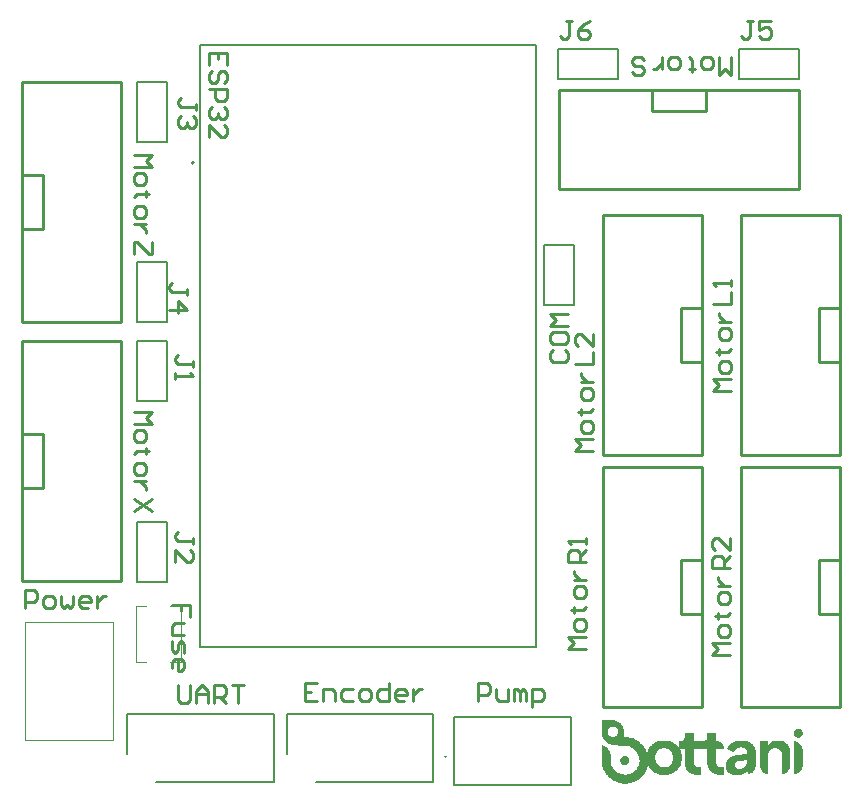
<source format=gto>
G04*
G04 #@! TF.GenerationSoftware,Altium Limited,Altium Designer,21.6.4 (81)*
G04*
G04 Layer_Color=65535*
%FSLAX25Y25*%
%MOIN*%
G70*
G04*
G04 #@! TF.SameCoordinates,3774DA31-8614-4C77-8703-5363F9479B90*
G04*
G04*
G04 #@! TF.FilePolarity,Positive*
G04*
G01*
G75*
%ADD10C,0.00787*%
%ADD11C,0.00500*%
%ADD12C,0.01000*%
%ADD13C,0.00394*%
G36*
X329174Y183055D02*
X329316D01*
Y182913D01*
X329601D01*
Y182771D01*
X329743D01*
Y182629D01*
Y182486D01*
X329885D01*
Y182344D01*
Y182202D01*
X330027D01*
Y182060D01*
Y181918D01*
Y181775D01*
Y181633D01*
Y181491D01*
Y181349D01*
X329885D01*
Y181207D01*
Y181064D01*
Y180922D01*
X329743D01*
Y180780D01*
X329601D01*
Y180638D01*
X329459D01*
Y180495D01*
X329316D01*
Y180353D01*
X328890D01*
Y180211D01*
X328179D01*
Y180353D01*
X327752D01*
Y180495D01*
X327610D01*
Y180638D01*
X327326D01*
Y180780D01*
Y180922D01*
X327183D01*
Y181064D01*
Y181207D01*
X327041D01*
Y181349D01*
Y181491D01*
Y181633D01*
Y181775D01*
Y181918D01*
Y182060D01*
Y182202D01*
Y182344D01*
X327183D01*
Y182486D01*
Y182629D01*
X327326D01*
Y182771D01*
X327468D01*
Y182913D01*
X327610D01*
Y183055D01*
X327894D01*
Y183197D01*
X329174D01*
Y183055D01*
D02*
G37*
G36*
X368707Y188317D02*
X369276D01*
Y188174D01*
X369703D01*
Y188032D01*
X369987D01*
Y187890D01*
X370271D01*
Y187748D01*
X370414D01*
Y187606D01*
X370698D01*
Y187463D01*
X370840D01*
Y187321D01*
X370982D01*
Y187179D01*
X371125D01*
Y187037D01*
X371267D01*
Y186895D01*
X371409D01*
Y186752D01*
X371551D01*
Y186610D01*
Y186468D01*
X371693D01*
Y186326D01*
Y186184D01*
X371836D01*
Y186041D01*
Y185899D01*
X371978D01*
Y185757D01*
Y185615D01*
Y185473D01*
Y185330D01*
X372120D01*
Y185188D01*
Y185046D01*
Y184904D01*
Y184762D01*
Y184619D01*
Y184477D01*
Y184335D01*
Y184193D01*
Y184051D01*
Y183908D01*
Y183766D01*
Y183624D01*
Y183482D01*
Y183340D01*
Y183197D01*
Y183055D01*
Y182913D01*
Y182771D01*
Y182629D01*
Y182486D01*
Y182344D01*
Y182202D01*
Y182060D01*
Y181918D01*
Y181775D01*
Y181633D01*
Y181491D01*
Y181349D01*
Y181207D01*
Y181064D01*
Y180922D01*
Y180780D01*
Y180638D01*
Y180495D01*
Y180353D01*
Y180211D01*
Y180069D01*
Y179927D01*
Y179784D01*
Y179642D01*
Y179500D01*
X371978D01*
Y179358D01*
Y179216D01*
Y179073D01*
Y178931D01*
X371836D01*
Y178789D01*
X371693D01*
Y178647D01*
Y178505D01*
X371551D01*
Y178362D01*
X371409D01*
Y178220D01*
Y178078D01*
X371267D01*
Y177936D01*
X371125D01*
Y177794D01*
X370840D01*
Y177651D01*
X370698D01*
Y177509D01*
X370414D01*
Y177367D01*
X369987D01*
Y177225D01*
X369560D01*
Y177367D01*
Y177509D01*
Y177651D01*
Y177794D01*
Y177936D01*
Y178078D01*
X369418D01*
Y178220D01*
X369276D01*
Y178078D01*
X369134D01*
Y177936D01*
X368992D01*
Y177794D01*
X368707D01*
Y177651D01*
X368565D01*
Y177509D01*
X368281D01*
Y177367D01*
X367996D01*
Y177225D01*
X367569D01*
Y177083D01*
X367001D01*
Y176940D01*
X364868D01*
Y177083D01*
X364299D01*
Y177225D01*
X363872D01*
Y177367D01*
X363588D01*
Y177509D01*
X363446D01*
Y177651D01*
X363161D01*
Y177794D01*
X363019D01*
Y177936D01*
X362877D01*
Y178078D01*
X362735D01*
Y178220D01*
Y178362D01*
X362592D01*
Y178505D01*
X362450D01*
Y178647D01*
Y178789D01*
X362308D01*
Y178931D01*
Y179073D01*
Y179216D01*
Y179358D01*
X362166D01*
Y179500D01*
Y179642D01*
Y179784D01*
Y179927D01*
Y180069D01*
Y180211D01*
Y180353D01*
Y180495D01*
Y180638D01*
Y180780D01*
X362308D01*
Y180922D01*
Y181064D01*
Y181207D01*
Y181349D01*
X362450D01*
Y181491D01*
Y181633D01*
X362592D01*
Y181775D01*
Y181918D01*
X362735D01*
Y182060D01*
X362877D01*
Y182202D01*
X363019D01*
Y182344D01*
X363161D01*
Y182486D01*
X363303D01*
Y182629D01*
X363446D01*
Y182771D01*
X363730D01*
Y182913D01*
X363872D01*
Y183055D01*
X364299D01*
Y183197D01*
X364583D01*
Y183340D01*
X365152D01*
Y183482D01*
X365721D01*
Y183624D01*
X366574D01*
Y183766D01*
X367427D01*
Y183908D01*
X368281D01*
Y184051D01*
X369134D01*
Y184193D01*
X369276D01*
Y184335D01*
Y184477D01*
Y184619D01*
Y184762D01*
Y184904D01*
Y185046D01*
X369134D01*
Y185188D01*
Y185330D01*
X368992D01*
Y185473D01*
X368849D01*
Y185615D01*
X368707D01*
Y185757D01*
X368423D01*
Y185899D01*
X368138D01*
Y186041D01*
X367569D01*
Y186184D01*
X367001D01*
Y186041D01*
X366432D01*
Y185899D01*
X366005D01*
Y185757D01*
X365863D01*
Y185615D01*
X365579D01*
Y185473D01*
X365436D01*
Y185330D01*
X365294D01*
Y185188D01*
X365152D01*
Y185046D01*
Y184904D01*
X365010D01*
Y184762D01*
X364868D01*
Y184619D01*
Y184477D01*
X364725D01*
Y184619D01*
X364441D01*
Y184762D01*
X364157D01*
Y184904D01*
X363872D01*
Y185046D01*
X363446D01*
Y185188D01*
X363303D01*
Y185330D01*
X363019D01*
Y185473D01*
X362592D01*
Y185615D01*
Y185757D01*
X362735D01*
Y185899D01*
Y186041D01*
X362877D01*
Y186184D01*
Y186326D01*
X363019D01*
Y186468D01*
Y186610D01*
X363161D01*
Y186752D01*
X363303D01*
Y186895D01*
X363446D01*
Y187037D01*
X363588D01*
Y187179D01*
X363730D01*
Y187321D01*
X363872D01*
Y187463D01*
X364014D01*
Y187606D01*
X364299D01*
Y187748D01*
X364441D01*
Y187890D01*
X364725D01*
Y188032D01*
X365152D01*
Y188174D01*
X365579D01*
Y188317D01*
X366147D01*
Y188459D01*
X368707D01*
Y188317D01*
D02*
G37*
G36*
X325192Y195000D02*
X325761D01*
Y194858D01*
X326046D01*
Y194716D01*
X326330D01*
Y194574D01*
X326614D01*
Y194431D01*
X326757D01*
Y194289D01*
X326899D01*
Y194147D01*
X327183D01*
Y194005D01*
Y193863D01*
X327326D01*
Y193720D01*
X327468D01*
Y193578D01*
X327610D01*
Y193436D01*
Y193294D01*
X327752D01*
Y193152D01*
X327894D01*
Y193009D01*
Y192867D01*
Y192725D01*
X328036D01*
Y192583D01*
Y192441D01*
Y192298D01*
X328179D01*
Y192156D01*
Y192014D01*
Y191872D01*
Y191730D01*
Y191587D01*
Y191445D01*
Y191303D01*
Y191161D01*
Y191019D01*
Y190876D01*
Y190734D01*
Y190592D01*
Y190450D01*
Y190308D01*
Y190165D01*
Y190023D01*
Y189881D01*
Y189739D01*
X329316D01*
Y189597D01*
X330027D01*
Y189454D01*
X330596D01*
Y189312D01*
X331023D01*
Y189170D01*
X331449D01*
Y189028D01*
X331734D01*
Y188885D01*
X332018D01*
Y188743D01*
X332303D01*
Y188601D01*
X332445D01*
Y188459D01*
X332729D01*
Y188317D01*
X333014D01*
Y188174D01*
X333156D01*
Y188032D01*
X333298D01*
Y187890D01*
X333440D01*
Y187748D01*
X333582D01*
Y187606D01*
X333725D01*
Y187463D01*
X333867D01*
Y187321D01*
X334009D01*
Y187179D01*
X334151D01*
Y187037D01*
X334294D01*
Y186895D01*
X334436D01*
Y186752D01*
X334578D01*
Y186610D01*
X334720D01*
Y186468D01*
X334862D01*
Y186326D01*
Y186184D01*
X335005D01*
Y186041D01*
X335147D01*
Y185899D01*
Y185757D01*
X335289D01*
Y185615D01*
Y185473D01*
X335431D01*
Y185330D01*
Y185188D01*
X335573D01*
Y185046D01*
Y184904D01*
X335716D01*
Y184762D01*
Y184619D01*
X336000D01*
Y184762D01*
X336142D01*
Y184904D01*
Y185046D01*
Y185188D01*
X336284D01*
Y185330D01*
Y185473D01*
X336427D01*
Y185615D01*
X336569D01*
Y185757D01*
Y185899D01*
X336711D01*
Y186041D01*
Y186184D01*
X336853D01*
Y186326D01*
X336995D01*
Y186468D01*
X337138D01*
Y186610D01*
X337280D01*
Y186752D01*
X337422D01*
Y186895D01*
X337564D01*
Y187037D01*
X337706D01*
Y187179D01*
X337849D01*
Y187321D01*
X338133D01*
Y187463D01*
X338275D01*
Y187606D01*
X338560D01*
Y187748D01*
X338702D01*
Y187890D01*
X339128D01*
Y188032D01*
X339413D01*
Y188174D01*
X339840D01*
Y188317D01*
X340408D01*
Y188459D01*
X342968D01*
Y188317D01*
X343537D01*
Y188174D01*
X343964D01*
Y188032D01*
X344248D01*
Y187890D01*
X344532D01*
Y187748D01*
X344817D01*
Y187606D01*
X344959D01*
Y187463D01*
X345243D01*
Y187321D01*
X345386D01*
Y187179D01*
X345528D01*
Y187037D01*
X345812D01*
Y186895D01*
X345954D01*
Y186752D01*
X346096D01*
Y186610D01*
X346239D01*
Y186468D01*
Y186326D01*
X346381D01*
Y186184D01*
X346665D01*
Y186326D01*
Y186468D01*
Y186610D01*
Y186752D01*
Y186895D01*
Y187037D01*
Y187179D01*
Y187321D01*
Y187463D01*
Y187606D01*
Y187748D01*
Y187890D01*
Y188032D01*
Y188174D01*
Y188317D01*
X347519D01*
Y188459D01*
X347803D01*
Y188601D01*
X347945D01*
Y188743D01*
X348230D01*
Y188885D01*
Y189028D01*
X348372D01*
Y189170D01*
Y189312D01*
X348514D01*
Y189454D01*
Y189597D01*
Y189739D01*
Y189881D01*
Y190023D01*
Y190165D01*
Y190308D01*
Y190450D01*
Y190592D01*
Y190734D01*
Y190876D01*
X351500D01*
Y190734D01*
Y190592D01*
Y190450D01*
Y190308D01*
Y190165D01*
Y190023D01*
Y189881D01*
Y189739D01*
Y189597D01*
Y189454D01*
Y189312D01*
Y189170D01*
Y189028D01*
Y188885D01*
Y188743D01*
Y188601D01*
Y188459D01*
Y188317D01*
X355055D01*
Y188459D01*
X355340D01*
Y188601D01*
X355624D01*
Y188743D01*
X355767D01*
Y188885D01*
Y189028D01*
X355909D01*
Y189170D01*
Y189312D01*
X356051D01*
Y189454D01*
Y189597D01*
Y189739D01*
Y189881D01*
Y190023D01*
Y190165D01*
Y190308D01*
X356193D01*
Y190450D01*
X356051D01*
Y190592D01*
Y190734D01*
Y190876D01*
X359037D01*
Y190734D01*
Y190592D01*
Y190450D01*
Y190308D01*
Y190165D01*
Y190023D01*
Y189881D01*
Y189739D01*
Y189597D01*
Y189454D01*
Y189312D01*
Y189170D01*
Y189028D01*
Y188885D01*
Y188743D01*
Y188601D01*
Y188459D01*
Y188317D01*
X359179D01*
Y188174D01*
X359890D01*
Y188032D01*
X360317D01*
Y187890D01*
X360459D01*
Y187748D01*
X360601D01*
Y187606D01*
X360886D01*
Y187463D01*
X361028D01*
Y187321D01*
Y187179D01*
X361170D01*
Y187037D01*
X361313D01*
Y186895D01*
Y186752D01*
X361455D01*
Y186610D01*
Y186468D01*
Y186326D01*
X361597D01*
Y186184D01*
Y186041D01*
Y185899D01*
Y185757D01*
X359037D01*
Y185615D01*
Y185473D01*
Y185330D01*
Y185188D01*
Y185046D01*
Y184904D01*
Y184762D01*
Y184619D01*
Y184477D01*
Y184335D01*
Y184193D01*
Y184051D01*
Y183908D01*
Y183766D01*
Y183624D01*
Y183482D01*
Y183340D01*
Y183197D01*
Y183055D01*
Y182913D01*
Y182771D01*
Y182629D01*
Y182486D01*
Y182344D01*
Y182202D01*
Y182060D01*
Y181918D01*
Y181775D01*
Y181633D01*
Y181491D01*
Y181349D01*
Y181207D01*
Y181064D01*
Y180922D01*
Y180780D01*
Y180638D01*
Y180495D01*
X359179D01*
Y180353D01*
X359322D01*
Y180211D01*
Y180069D01*
X359464D01*
Y179927D01*
X359748D01*
Y179784D01*
X360033D01*
Y179642D01*
X360601D01*
Y179500D01*
X361313D01*
Y179642D01*
X361597D01*
Y179500D01*
Y179358D01*
Y179216D01*
Y179073D01*
Y178931D01*
Y178789D01*
Y178647D01*
Y178505D01*
Y178362D01*
Y178220D01*
Y178078D01*
Y177936D01*
Y177794D01*
Y177651D01*
Y177509D01*
Y177367D01*
Y177225D01*
Y177083D01*
X359179D01*
Y177225D01*
X358611D01*
Y177367D01*
X358184D01*
Y177509D01*
X357900D01*
Y177651D01*
X357615D01*
Y177794D01*
X357473D01*
Y177936D01*
X357331D01*
Y178078D01*
X357189D01*
Y178220D01*
X357046D01*
Y178362D01*
X356904D01*
Y178505D01*
X356762D01*
Y178647D01*
Y178789D01*
X356620D01*
Y178931D01*
X356477D01*
Y179073D01*
Y179216D01*
Y179358D01*
X356335D01*
Y179500D01*
Y179642D01*
Y179784D01*
X356193D01*
Y179927D01*
Y180069D01*
Y180211D01*
Y180353D01*
X356051D01*
Y180495D01*
Y180638D01*
Y180780D01*
Y180922D01*
Y181064D01*
Y181207D01*
Y181349D01*
Y181491D01*
Y181633D01*
Y181775D01*
Y181918D01*
Y182060D01*
Y182202D01*
Y182344D01*
Y182486D01*
Y182629D01*
Y182771D01*
Y182913D01*
Y183055D01*
Y183197D01*
Y183340D01*
Y183482D01*
Y183624D01*
Y183766D01*
Y183908D01*
Y184051D01*
Y184193D01*
Y184335D01*
Y184477D01*
Y184619D01*
Y184762D01*
Y184904D01*
Y185046D01*
Y185188D01*
Y185330D01*
Y185473D01*
Y185615D01*
Y185757D01*
X351500D01*
Y185615D01*
Y185473D01*
Y185330D01*
Y185188D01*
Y185046D01*
Y184904D01*
Y184762D01*
Y184619D01*
Y184477D01*
Y184335D01*
Y184193D01*
Y184051D01*
Y183908D01*
Y183766D01*
Y183624D01*
Y183482D01*
Y183340D01*
Y183197D01*
Y183055D01*
Y182913D01*
Y182771D01*
Y182629D01*
Y182486D01*
Y182344D01*
Y182202D01*
Y182060D01*
Y181918D01*
Y181775D01*
Y181633D01*
Y181491D01*
Y181349D01*
Y181207D01*
Y181064D01*
Y180922D01*
Y180780D01*
Y180638D01*
X351642D01*
Y180495D01*
Y180353D01*
Y180211D01*
X351785D01*
Y180069D01*
X351927D01*
Y179927D01*
X352211D01*
Y179784D01*
X352496D01*
Y179642D01*
X353065D01*
Y179500D01*
X353776D01*
Y179642D01*
X354060D01*
Y179500D01*
Y179358D01*
Y179216D01*
Y179073D01*
Y178931D01*
Y178789D01*
Y178647D01*
Y178505D01*
Y178362D01*
Y178220D01*
Y178078D01*
Y177936D01*
Y177794D01*
Y177651D01*
Y177509D01*
Y177367D01*
Y177225D01*
Y177083D01*
X351500D01*
Y177225D01*
X351074D01*
Y177367D01*
X350647D01*
Y177509D01*
X350363D01*
Y177651D01*
X350078D01*
Y177794D01*
X349936D01*
Y177936D01*
X349794D01*
Y178078D01*
X349652D01*
Y178220D01*
X349510D01*
Y178362D01*
X349367D01*
Y178505D01*
X349225D01*
Y178647D01*
X349083D01*
Y178789D01*
Y178931D01*
X348941D01*
Y179073D01*
Y179216D01*
Y179358D01*
X348798D01*
Y179500D01*
Y179642D01*
Y179784D01*
X348656D01*
Y179927D01*
Y180069D01*
Y180211D01*
Y180353D01*
Y180495D01*
X348514D01*
Y180638D01*
Y180780D01*
Y180922D01*
Y181064D01*
Y181207D01*
Y181349D01*
Y181491D01*
Y181633D01*
Y181775D01*
Y181918D01*
Y182060D01*
Y182202D01*
Y182344D01*
Y182486D01*
Y182629D01*
Y182771D01*
Y182913D01*
Y183055D01*
Y183197D01*
Y183340D01*
Y183482D01*
Y183624D01*
Y183766D01*
Y183908D01*
Y184051D01*
Y184193D01*
Y184335D01*
Y184477D01*
Y184619D01*
Y184762D01*
Y184904D01*
Y185046D01*
Y185188D01*
Y185330D01*
Y185473D01*
Y185615D01*
Y185757D01*
X346808D01*
Y185615D01*
Y185473D01*
X346950D01*
Y185330D01*
X347092D01*
Y185188D01*
Y185046D01*
Y184904D01*
X347234D01*
Y184762D01*
Y184619D01*
X347376D01*
Y184477D01*
Y184335D01*
Y184193D01*
Y184051D01*
Y183908D01*
X347519D01*
Y183766D01*
Y183624D01*
Y183482D01*
Y183340D01*
Y183197D01*
Y183055D01*
Y182913D01*
Y182771D01*
X347661D01*
Y182629D01*
X347519D01*
Y182486D01*
Y182344D01*
Y182202D01*
Y182060D01*
Y181918D01*
Y181775D01*
Y181633D01*
Y181491D01*
X347376D01*
Y181349D01*
Y181207D01*
Y181064D01*
Y180922D01*
Y180780D01*
X347234D01*
Y180638D01*
Y180495D01*
X347092D01*
Y180353D01*
Y180211D01*
Y180069D01*
X346950D01*
Y179927D01*
X346808D01*
Y179784D01*
Y179642D01*
X346665D01*
Y179500D01*
X346523D01*
Y179358D01*
Y179216D01*
X346381D01*
Y179073D01*
X346239D01*
Y178931D01*
X346096D01*
Y178789D01*
Y178647D01*
X345954D01*
Y178505D01*
X345812D01*
Y178362D01*
X345528D01*
Y178220D01*
X345386D01*
Y178078D01*
X345243D01*
Y177936D01*
X344959D01*
Y177794D01*
X344817D01*
Y177651D01*
X344532D01*
Y177509D01*
X344248D01*
Y177367D01*
X343821D01*
Y177225D01*
X343395D01*
Y177083D01*
X342826D01*
Y176940D01*
X340551D01*
Y177083D01*
X339982D01*
Y177225D01*
X339413D01*
Y177367D01*
X339128D01*
Y177509D01*
X338844D01*
Y177651D01*
X338560D01*
Y177794D01*
X338275D01*
Y177936D01*
X338133D01*
Y178078D01*
X337849D01*
Y178220D01*
X337706D01*
Y178362D01*
X337564D01*
Y178505D01*
X337422D01*
Y178647D01*
X337280D01*
Y178789D01*
X337138D01*
Y178931D01*
X336995D01*
Y179073D01*
X336853D01*
Y179216D01*
Y179358D01*
X336711D01*
Y179500D01*
X336569D01*
Y179642D01*
Y179784D01*
X336427D01*
Y179927D01*
X336284D01*
Y180069D01*
X336142D01*
Y179927D01*
Y179784D01*
Y179642D01*
Y179500D01*
X336000D01*
Y179358D01*
Y179216D01*
Y179073D01*
X335858D01*
Y178931D01*
Y178789D01*
X335716D01*
Y178647D01*
Y178505D01*
X335573D01*
Y178362D01*
Y178220D01*
X335431D01*
Y178078D01*
Y177936D01*
X335289D01*
Y177794D01*
Y177651D01*
X335147D01*
Y177509D01*
Y177367D01*
X335005D01*
Y177225D01*
X334862D01*
Y177083D01*
X334720D01*
Y176940D01*
Y176798D01*
X334578D01*
Y176656D01*
X334436D01*
Y176514D01*
X334294D01*
Y176372D01*
X334151D01*
Y176229D01*
X334009D01*
Y176087D01*
X333867D01*
Y175945D01*
X333725D01*
Y175803D01*
X333440D01*
Y175661D01*
X333298D01*
Y175518D01*
X333156D01*
Y175376D01*
X332872D01*
Y175234D01*
X332587D01*
Y175092D01*
X332445D01*
Y174949D01*
X332160D01*
Y174807D01*
X331876D01*
Y174665D01*
X331449D01*
Y174523D01*
X331023D01*
Y174381D01*
X330454D01*
Y174238D01*
X329601D01*
Y174096D01*
X327752D01*
Y174238D01*
X326899D01*
Y174381D01*
X326330D01*
Y174523D01*
X325904D01*
Y174665D01*
X325619D01*
Y174807D01*
X325192D01*
Y174949D01*
X324908D01*
Y175092D01*
X324624D01*
Y175234D01*
X324481D01*
Y175376D01*
X324197D01*
Y175518D01*
X324055D01*
Y175661D01*
X323913D01*
Y175803D01*
X323628D01*
Y175945D01*
X323486D01*
Y176087D01*
X323344D01*
Y176229D01*
X323201D01*
Y176372D01*
X323059D01*
Y176514D01*
X322917D01*
Y176656D01*
X322775D01*
Y176798D01*
X322633D01*
Y176940D01*
X322491D01*
Y177083D01*
X322348D01*
Y177225D01*
Y177367D01*
X322206D01*
Y177509D01*
X322064D01*
Y177651D01*
Y177794D01*
X321922D01*
Y177936D01*
X321779D01*
Y178078D01*
Y178220D01*
X321637D01*
Y178362D01*
Y178505D01*
X321495D01*
Y178647D01*
Y178789D01*
X321353D01*
Y178931D01*
Y179073D01*
X321211D01*
Y179216D01*
Y179358D01*
Y179500D01*
X321069D01*
Y179642D01*
Y179784D01*
Y179927D01*
Y180069D01*
X320926D01*
Y180211D01*
Y180353D01*
Y180495D01*
Y180638D01*
Y180780D01*
Y180922D01*
X320784D01*
Y181064D01*
Y181207D01*
Y181349D01*
Y181491D01*
Y181633D01*
Y181775D01*
Y181918D01*
Y182060D01*
Y182202D01*
Y182344D01*
Y182486D01*
Y182629D01*
Y182771D01*
Y182913D01*
Y183055D01*
Y183197D01*
Y183340D01*
Y183482D01*
Y183624D01*
Y183766D01*
Y183908D01*
Y184051D01*
Y184193D01*
Y184335D01*
Y184477D01*
Y184619D01*
Y184762D01*
Y184904D01*
Y185046D01*
Y185188D01*
Y185330D01*
Y185473D01*
Y185615D01*
Y185757D01*
Y185899D01*
Y186041D01*
Y186184D01*
Y186326D01*
Y186468D01*
Y186610D01*
Y186752D01*
Y186895D01*
X321211D01*
Y186752D01*
X321495D01*
Y186610D01*
X321779D01*
Y186468D01*
X322064D01*
Y186326D01*
X322206D01*
Y186184D01*
X322491D01*
Y186041D01*
X322633D01*
Y185899D01*
X322775D01*
Y185757D01*
X322917D01*
Y185615D01*
Y185473D01*
X323059D01*
Y185330D01*
X323201D01*
Y185188D01*
X323344D01*
Y185046D01*
Y184904D01*
X323486D01*
Y184762D01*
Y184619D01*
Y184477D01*
X323628D01*
Y184335D01*
Y184193D01*
Y184051D01*
Y183908D01*
X323770D01*
Y183766D01*
Y183624D01*
Y183482D01*
Y183340D01*
Y183197D01*
Y183055D01*
Y182913D01*
Y182771D01*
Y182629D01*
Y182486D01*
Y182344D01*
Y182202D01*
Y182060D01*
Y181918D01*
Y181775D01*
Y181633D01*
Y181491D01*
Y181349D01*
Y181207D01*
Y181064D01*
Y180922D01*
X323913D01*
Y180780D01*
Y180638D01*
Y180495D01*
Y180353D01*
X324055D01*
Y180211D01*
Y180069D01*
X324197D01*
Y179927D01*
Y179784D01*
X324339D01*
Y179642D01*
Y179500D01*
X324481D01*
Y179358D01*
X324624D01*
Y179216D01*
Y179073D01*
X324766D01*
Y178931D01*
X324908D01*
Y178789D01*
X325050D01*
Y178647D01*
X325192D01*
Y178505D01*
X325335D01*
Y178362D01*
X325477D01*
Y178220D01*
X325619D01*
Y178078D01*
X325904D01*
Y177936D01*
X326046D01*
Y177794D01*
X326330D01*
Y177651D01*
X326614D01*
Y177509D01*
X326899D01*
Y177367D01*
X327326D01*
Y177225D01*
X328321D01*
Y177083D01*
X329174D01*
Y177225D01*
X330027D01*
Y177367D01*
X330454D01*
Y177509D01*
X330881D01*
Y177651D01*
X331023D01*
Y177794D01*
X331307D01*
Y177936D01*
X331592D01*
Y178078D01*
X331734D01*
Y178220D01*
X331876D01*
Y178362D01*
X332018D01*
Y178505D01*
X332160D01*
Y178647D01*
X332303D01*
Y178789D01*
X332445D01*
Y178931D01*
Y179073D01*
X332587D01*
Y179216D01*
X332729D01*
Y179358D01*
Y179500D01*
X332872D01*
Y179642D01*
Y179784D01*
X333014D01*
Y179927D01*
Y180069D01*
X333156D01*
Y180211D01*
Y180353D01*
X333298D01*
Y180495D01*
Y180638D01*
Y180780D01*
Y180922D01*
Y181064D01*
Y181207D01*
X333440D01*
Y181349D01*
Y181491D01*
Y181633D01*
Y181775D01*
Y181918D01*
Y182060D01*
X333298D01*
Y182202D01*
Y182344D01*
Y182486D01*
Y182629D01*
Y182771D01*
X333156D01*
Y182913D01*
Y183055D01*
Y183197D01*
Y183340D01*
X333014D01*
Y183482D01*
Y183624D01*
X332872D01*
Y183766D01*
Y183908D01*
Y184051D01*
X332729D01*
Y184193D01*
X332587D01*
Y184335D01*
Y184477D01*
X332445D01*
Y184619D01*
X332303D01*
Y184762D01*
X332160D01*
Y184904D01*
Y185046D01*
X332018D01*
Y185188D01*
X331876D01*
Y185330D01*
X331734D01*
Y185473D01*
X331449D01*
Y185615D01*
X331307D01*
Y185757D01*
X331165D01*
Y185899D01*
X330881D01*
Y186041D01*
X330738D01*
Y186184D01*
X330454D01*
Y186326D01*
X330170D01*
Y186468D01*
X329743D01*
Y186610D01*
X329032D01*
Y186752D01*
X326188D01*
Y186895D01*
X324624D01*
Y187037D01*
X323770D01*
Y187179D01*
X323344D01*
Y187321D01*
X323059D01*
Y187463D01*
X322917D01*
Y187606D01*
X322633D01*
Y187748D01*
X322491D01*
Y187890D01*
X322348D01*
Y188032D01*
X322206D01*
Y188174D01*
X322064D01*
Y188317D01*
X321922D01*
Y188459D01*
X321779D01*
Y188601D01*
X321637D01*
Y188743D01*
Y188885D01*
X321495D01*
Y189028D01*
X321353D01*
Y189170D01*
Y189312D01*
X321211D01*
Y189454D01*
Y189597D01*
X321069D01*
Y189739D01*
Y189881D01*
Y190023D01*
X320926D01*
Y190165D01*
Y190308D01*
Y190450D01*
Y190592D01*
Y190734D01*
X320784D01*
Y190876D01*
Y191019D01*
Y191161D01*
Y191303D01*
Y191445D01*
Y191587D01*
Y191730D01*
Y191872D01*
Y192014D01*
Y192156D01*
Y192298D01*
Y192441D01*
Y192583D01*
Y192725D01*
Y192867D01*
Y193009D01*
Y193152D01*
Y193294D01*
Y193436D01*
Y193578D01*
Y193720D01*
Y193863D01*
Y194005D01*
Y194147D01*
Y194289D01*
Y194431D01*
Y194574D01*
Y194716D01*
Y194858D01*
Y195000D01*
Y195143D01*
X325192D01*
Y195000D01*
D02*
G37*
G36*
X380652Y188317D02*
X381079D01*
Y188174D01*
X381506D01*
Y188032D01*
X381790D01*
Y187890D01*
X381932D01*
Y187748D01*
X382217D01*
Y187606D01*
X382359D01*
Y187463D01*
X382501D01*
Y187321D01*
X382643D01*
Y187179D01*
X382785D01*
Y187037D01*
Y186895D01*
X382928D01*
Y186752D01*
X383070D01*
Y186610D01*
Y186468D01*
X383212D01*
Y186326D01*
Y186184D01*
X383354D01*
Y186041D01*
Y185899D01*
X383496D01*
Y185757D01*
Y185615D01*
Y185473D01*
Y185330D01*
X383639D01*
Y185188D01*
Y185046D01*
Y184904D01*
Y184762D01*
Y184619D01*
Y184477D01*
Y184335D01*
Y184193D01*
Y184051D01*
Y183908D01*
Y183766D01*
Y183624D01*
Y183482D01*
Y183340D01*
Y183197D01*
Y183055D01*
Y182913D01*
Y182771D01*
Y182629D01*
Y182486D01*
Y182344D01*
Y182202D01*
Y182060D01*
Y181918D01*
Y181775D01*
Y181633D01*
Y181491D01*
Y181349D01*
Y181207D01*
Y181064D01*
Y180922D01*
Y180780D01*
Y180638D01*
Y180495D01*
Y180353D01*
Y180211D01*
Y180069D01*
Y179927D01*
Y179784D01*
Y179642D01*
Y179500D01*
X383496D01*
Y179358D01*
Y179216D01*
Y179073D01*
X383354D01*
Y178931D01*
Y178789D01*
Y178647D01*
X383212D01*
Y178505D01*
X383070D01*
Y178362D01*
Y178220D01*
X382928D01*
Y178078D01*
X382785D01*
Y177936D01*
X382643D01*
Y177794D01*
X382359D01*
Y177651D01*
X382217D01*
Y177509D01*
X381932D01*
Y177367D01*
X381506D01*
Y177225D01*
X380795D01*
Y177367D01*
Y177509D01*
Y177651D01*
Y177794D01*
Y177936D01*
Y178078D01*
Y178220D01*
Y178362D01*
Y178505D01*
Y178647D01*
Y178789D01*
Y178931D01*
Y179073D01*
Y179216D01*
Y179358D01*
Y179500D01*
Y179642D01*
Y179784D01*
Y179927D01*
Y180069D01*
Y180211D01*
Y180353D01*
Y180495D01*
Y180638D01*
Y180780D01*
Y180922D01*
Y181064D01*
Y181207D01*
Y181349D01*
Y181491D01*
Y181633D01*
Y181775D01*
Y181918D01*
Y182060D01*
Y182202D01*
Y182344D01*
Y182486D01*
Y182629D01*
Y182771D01*
Y182913D01*
Y183055D01*
Y183197D01*
Y183340D01*
Y183482D01*
Y183624D01*
Y183766D01*
Y183908D01*
Y184051D01*
Y184193D01*
Y184335D01*
Y184477D01*
X380652D01*
Y184619D01*
Y184762D01*
X380510D01*
Y184904D01*
Y185046D01*
X380368D01*
Y185188D01*
X380226D01*
Y185330D01*
X380083D01*
Y185473D01*
X379941D01*
Y185615D01*
X379657D01*
Y185757D01*
X379230D01*
Y185899D01*
X377951D01*
Y185757D01*
X377524D01*
Y185615D01*
X377382D01*
Y185473D01*
X377239D01*
Y185330D01*
X377097D01*
Y185188D01*
X376955D01*
Y185046D01*
X376813D01*
Y184904D01*
X376671D01*
Y184762D01*
Y184619D01*
X376528D01*
Y184477D01*
Y184335D01*
Y184193D01*
X376386D01*
Y184051D01*
Y183908D01*
Y183766D01*
Y183624D01*
Y183482D01*
Y183340D01*
Y183197D01*
Y183055D01*
Y182913D01*
Y182771D01*
Y182629D01*
Y182486D01*
Y182344D01*
Y182202D01*
Y182060D01*
Y181918D01*
Y181775D01*
Y181633D01*
Y181491D01*
Y181349D01*
Y181207D01*
Y181064D01*
Y180922D01*
Y180780D01*
Y180638D01*
Y180495D01*
Y180353D01*
Y180211D01*
Y180069D01*
Y179927D01*
Y179784D01*
Y179642D01*
Y179500D01*
Y179358D01*
Y179216D01*
Y179073D01*
Y178931D01*
Y178789D01*
Y178647D01*
Y178505D01*
Y178362D01*
Y178220D01*
Y178078D01*
Y177936D01*
Y177794D01*
Y177651D01*
Y177509D01*
Y177367D01*
Y177225D01*
X375675D01*
Y177367D01*
X375249D01*
Y177509D01*
X375106D01*
Y177651D01*
X374822D01*
Y177794D01*
X374680D01*
Y177936D01*
X374538D01*
Y178078D01*
X374395D01*
Y178220D01*
X374253D01*
Y178362D01*
X374111D01*
Y178505D01*
Y178647D01*
X373969D01*
Y178789D01*
Y178931D01*
X373827D01*
Y179073D01*
Y179216D01*
X373684D01*
Y179358D01*
Y179500D01*
Y179642D01*
Y179784D01*
Y179927D01*
X373542D01*
Y180069D01*
Y180211D01*
Y180353D01*
Y180495D01*
Y180638D01*
Y180780D01*
Y180922D01*
Y181064D01*
Y181207D01*
Y181349D01*
Y181491D01*
Y181633D01*
Y181775D01*
Y181918D01*
Y182060D01*
Y182202D01*
Y182344D01*
Y182486D01*
Y182629D01*
Y182771D01*
Y182913D01*
Y183055D01*
Y183197D01*
Y183340D01*
Y183482D01*
Y183624D01*
Y183766D01*
Y183908D01*
Y184051D01*
Y184193D01*
Y184335D01*
Y184477D01*
Y184619D01*
Y184762D01*
Y184904D01*
Y185046D01*
Y185188D01*
Y185330D01*
Y185473D01*
Y185615D01*
Y185757D01*
Y185899D01*
Y186041D01*
Y186184D01*
Y186326D01*
Y186468D01*
Y186610D01*
Y186752D01*
Y186895D01*
Y187037D01*
Y187179D01*
Y187321D01*
Y187463D01*
Y187606D01*
Y187748D01*
Y187890D01*
Y188032D01*
Y188174D01*
Y188317D01*
X376244D01*
Y188174D01*
Y188032D01*
Y187890D01*
Y187748D01*
Y187606D01*
Y187463D01*
Y187321D01*
Y187179D01*
Y187037D01*
Y186895D01*
X376386D01*
Y187037D01*
X376671D01*
Y187179D01*
Y187321D01*
X376813D01*
Y187463D01*
X376955D01*
Y187606D01*
X377097D01*
Y187748D01*
X377239D01*
Y187890D01*
X377382D01*
Y188032D01*
X377666D01*
Y188174D01*
X377951D01*
Y188317D01*
X378377D01*
Y188459D01*
X380652D01*
Y188317D01*
D02*
G37*
G36*
X385630Y188032D02*
X386056D01*
Y187890D01*
X386341D01*
Y187748D01*
X386483D01*
Y187606D01*
X386625D01*
Y187463D01*
X386767D01*
Y187321D01*
X386909D01*
Y187179D01*
X387052D01*
Y187037D01*
X387194D01*
Y186895D01*
X387336D01*
Y186752D01*
Y186610D01*
X387478D01*
Y186468D01*
Y186326D01*
X387620D01*
Y186184D01*
Y186041D01*
Y185899D01*
Y185757D01*
Y185615D01*
X387763D01*
Y185473D01*
Y185330D01*
Y185188D01*
Y185046D01*
Y184904D01*
Y184762D01*
Y184619D01*
Y184477D01*
Y184335D01*
Y184193D01*
Y184051D01*
Y183908D01*
Y183766D01*
Y183624D01*
Y183482D01*
Y183340D01*
Y183197D01*
Y183055D01*
Y182913D01*
Y182771D01*
Y182629D01*
Y182486D01*
Y182344D01*
Y182202D01*
Y182060D01*
Y181918D01*
Y181775D01*
Y181633D01*
Y181491D01*
Y181349D01*
Y181207D01*
Y181064D01*
Y180922D01*
Y180780D01*
Y180638D01*
Y180495D01*
Y180353D01*
Y180211D01*
Y180069D01*
Y179927D01*
Y179784D01*
X387620D01*
Y179642D01*
Y179500D01*
Y179358D01*
Y179216D01*
Y179073D01*
X387478D01*
Y178931D01*
Y178789D01*
X387336D01*
Y178647D01*
Y178505D01*
X387194D01*
Y178362D01*
X387052D01*
Y178220D01*
X386909D01*
Y178078D01*
Y177936D01*
X386625D01*
Y177794D01*
X386483D01*
Y177651D01*
X386341D01*
Y177509D01*
X386056D01*
Y177367D01*
X385630D01*
Y177225D01*
X384918D01*
Y177367D01*
Y177509D01*
Y177651D01*
Y177794D01*
Y177936D01*
Y178078D01*
Y178220D01*
Y178362D01*
Y178505D01*
Y178647D01*
Y178789D01*
Y178931D01*
Y179073D01*
Y179216D01*
Y179358D01*
Y179500D01*
Y179642D01*
Y179784D01*
Y179927D01*
Y180069D01*
Y180211D01*
Y180353D01*
Y180495D01*
Y180638D01*
Y180780D01*
Y180922D01*
Y181064D01*
Y181207D01*
Y181349D01*
Y181491D01*
Y181633D01*
Y181775D01*
Y181918D01*
Y182060D01*
Y182202D01*
Y182344D01*
Y182486D01*
Y182629D01*
Y182771D01*
Y182913D01*
Y183055D01*
Y183197D01*
Y183340D01*
Y183482D01*
Y183624D01*
Y183766D01*
Y183908D01*
Y184051D01*
Y184193D01*
Y184335D01*
Y184477D01*
Y184619D01*
Y184762D01*
Y184904D01*
Y185046D01*
Y185188D01*
Y185330D01*
Y185473D01*
Y185615D01*
Y185757D01*
Y185899D01*
Y186041D01*
Y186184D01*
Y186326D01*
Y186468D01*
Y186610D01*
Y186752D01*
Y186895D01*
Y187037D01*
Y187179D01*
Y187321D01*
Y187463D01*
Y187606D01*
Y187748D01*
Y187890D01*
Y188032D01*
Y188174D01*
X385630D01*
Y188032D01*
D02*
G37*
G36*
X386625Y192298D02*
X387052D01*
Y192156D01*
X387194D01*
Y192014D01*
X387336D01*
Y191872D01*
X387478D01*
Y191730D01*
X387620D01*
Y191587D01*
Y191445D01*
X387763D01*
Y191303D01*
Y191161D01*
Y191019D01*
Y190876D01*
Y190734D01*
Y190592D01*
Y190450D01*
Y190308D01*
X387620D01*
Y190165D01*
Y190023D01*
X387478D01*
Y189881D01*
X387336D01*
Y189739D01*
X387194D01*
Y189597D01*
X386909D01*
Y189454D01*
X385772D01*
Y189597D01*
X385487D01*
Y189739D01*
X385345D01*
Y189881D01*
X385203D01*
Y190023D01*
X385061D01*
Y190165D01*
Y190308D01*
X384918D01*
Y190450D01*
Y190592D01*
Y190734D01*
Y190876D01*
Y191019D01*
Y191161D01*
Y191303D01*
Y191445D01*
X385061D01*
Y191587D01*
Y191730D01*
X385203D01*
Y191872D01*
Y192014D01*
X385487D01*
Y192156D01*
X385630D01*
Y192298D01*
X385914D01*
Y192441D01*
X386625D01*
Y192298D01*
D02*
G37*
%LPC*%
G36*
X369276Y182060D02*
X368992D01*
Y181918D01*
X368138D01*
Y181775D01*
X367285D01*
Y181633D01*
X366432D01*
Y181491D01*
X366005D01*
Y181349D01*
X365721D01*
Y181207D01*
X365579D01*
Y181064D01*
X365436D01*
Y180922D01*
X365294D01*
Y180780D01*
X365152D01*
Y180638D01*
Y180495D01*
Y180353D01*
Y180211D01*
Y180069D01*
Y179927D01*
Y179784D01*
Y179642D01*
X365294D01*
Y179500D01*
X365436D01*
Y179358D01*
X365579D01*
Y179216D01*
X365863D01*
Y179073D01*
X366432D01*
Y178931D01*
X366716D01*
Y179073D01*
X367569D01*
Y179216D01*
X367854D01*
Y179358D01*
X368138D01*
Y179500D01*
X368281D01*
Y179642D01*
X368423D01*
Y179784D01*
X368707D01*
Y179927D01*
Y180069D01*
X368849D01*
Y180211D01*
X368992D01*
Y180353D01*
Y180495D01*
X369134D01*
Y180638D01*
Y180780D01*
X369276D01*
Y180922D01*
Y181064D01*
Y181207D01*
Y181349D01*
Y181491D01*
Y181633D01*
Y181775D01*
Y181918D01*
Y182060D01*
D02*
G37*
G36*
X325192Y193009D02*
X323913D01*
Y192867D01*
X323628D01*
Y192725D01*
X323486D01*
Y192583D01*
X323344D01*
Y192441D01*
X323201D01*
Y192298D01*
X323059D01*
Y192156D01*
X322917D01*
Y192014D01*
Y191872D01*
Y191730D01*
X322775D01*
Y191587D01*
Y191445D01*
Y191303D01*
Y191161D01*
Y191019D01*
X322917D01*
Y190876D01*
Y190734D01*
Y190592D01*
X323059D01*
Y190450D01*
X323201D01*
Y190308D01*
Y190165D01*
X323344D01*
Y190023D01*
X323628D01*
Y189881D01*
X323770D01*
Y189739D01*
X324197D01*
Y189597D01*
X324908D01*
Y189739D01*
X325335D01*
Y189881D01*
X325477D01*
Y190023D01*
X325761D01*
Y190165D01*
X325904D01*
Y190308D01*
X326046D01*
Y190450D01*
Y190592D01*
X326188D01*
Y190734D01*
Y190876D01*
Y191019D01*
X326330D01*
Y191161D01*
Y191303D01*
Y191445D01*
Y191587D01*
X326188D01*
Y191730D01*
Y191872D01*
Y192014D01*
Y192156D01*
X326046D01*
Y192298D01*
X325904D01*
Y192441D01*
Y192583D01*
X325619D01*
Y192725D01*
X325477D01*
Y192867D01*
X325192D01*
Y193009D01*
D02*
G37*
G36*
X342399Y185899D02*
X340835D01*
Y185757D01*
X340408D01*
Y185615D01*
X340124D01*
Y185473D01*
X339982D01*
Y185330D01*
X339840D01*
Y185188D01*
X339697D01*
Y185046D01*
X339555D01*
Y184904D01*
X339413D01*
Y184762D01*
X339271D01*
Y184619D01*
Y184477D01*
X339128D01*
Y184335D01*
X338986D01*
Y184193D01*
Y184051D01*
Y183908D01*
X338844D01*
Y183766D01*
Y183624D01*
Y183482D01*
X338702D01*
Y183340D01*
Y183197D01*
Y183055D01*
Y182913D01*
Y182771D01*
Y182629D01*
Y182486D01*
Y182344D01*
Y182202D01*
Y182060D01*
Y181918D01*
X338844D01*
Y181775D01*
Y181633D01*
Y181491D01*
Y181349D01*
X338986D01*
Y181207D01*
Y181064D01*
X339128D01*
Y180922D01*
X339271D01*
Y180780D01*
Y180638D01*
X339413D01*
Y180495D01*
X339555D01*
Y180353D01*
X339697D01*
Y180211D01*
X339840D01*
Y180069D01*
X339982D01*
Y179927D01*
X340266D01*
Y179784D01*
X340551D01*
Y179642D01*
X341119D01*
Y179500D01*
X342257D01*
Y179642D01*
X342826D01*
Y179784D01*
X343110D01*
Y179927D01*
X343252D01*
Y180069D01*
X343537D01*
Y180211D01*
X343679D01*
Y180353D01*
X343821D01*
Y180495D01*
Y180638D01*
X343964D01*
Y180780D01*
X344106D01*
Y180922D01*
X344248D01*
Y181064D01*
Y181207D01*
Y181349D01*
X344390D01*
Y181491D01*
Y181633D01*
X344532D01*
Y181775D01*
Y181918D01*
Y182060D01*
Y182202D01*
Y182344D01*
Y182486D01*
Y182629D01*
Y182771D01*
Y182913D01*
Y183055D01*
Y183197D01*
Y183340D01*
Y183482D01*
Y183624D01*
Y183766D01*
X344390D01*
Y183908D01*
Y184051D01*
Y184193D01*
X344248D01*
Y184335D01*
Y184477D01*
X344106D01*
Y184619D01*
X343964D01*
Y184762D01*
Y184904D01*
X343821D01*
Y185046D01*
X343679D01*
Y185188D01*
X343537D01*
Y185330D01*
X343395D01*
Y185473D01*
X343110D01*
Y185615D01*
X342826D01*
Y185757D01*
X342399D01*
Y185899D01*
D02*
G37*
%LPD*%
D10*
X184929Y381000D02*
G03*
X184929Y381000I-394J0D01*
G01*
X268559Y183000D02*
G03*
X268953Y183000I197J0D01*
G01*
D02*
G03*
X268559Y183000I-197J0D01*
G01*
D02*
G03*
X268953Y183000I197J0D01*
G01*
X166000Y241394D02*
Y261394D01*
Y241394D02*
X176000D01*
Y261394D01*
X166000D02*
X176000D01*
X166000Y301606D02*
Y321606D01*
Y301606D02*
X176000D01*
Y321606D01*
X166000D02*
X176000D01*
X166000Y388106D02*
Y408106D01*
Y388106D02*
X176000D01*
Y408106D01*
X166000D02*
X176000D01*
X166000Y327894D02*
Y347894D01*
Y327894D02*
X176000D01*
Y347894D01*
X166000D02*
X176000D01*
X311500Y333496D02*
Y353496D01*
X301500D02*
X311500D01*
X301500Y333496D02*
Y353496D01*
Y333496D02*
X311500D01*
X215827Y184000D02*
Y197386D01*
X264646D01*
Y174748D02*
Y197386D01*
X225472Y174748D02*
X264646D01*
X162669Y184000D02*
Y197386D01*
X211488D01*
Y174748D02*
Y197386D01*
X172315Y174748D02*
X211488D01*
X366500Y409000D02*
Y419000D01*
X386500D01*
Y409000D02*
Y419000D01*
X366500Y409000D02*
X386500D01*
X306394D02*
Y419000D01*
X326394D01*
Y409000D02*
Y419000D01*
X306394Y409000D02*
X326394D01*
X271512Y173748D02*
X310488D01*
Y196386D01*
X271512D02*
X310488D01*
X271512Y173748D02*
Y196386D01*
D11*
X299024Y219622D02*
Y420213D01*
X186780Y219622D02*
X299024D01*
X186780Y420213D02*
X299024D01*
X186780Y219622D02*
Y420213D01*
X230358D01*
X256780D01*
X299024D01*
X186780Y219622D02*
Y420213D01*
X299024Y219622D02*
Y420213D01*
X186780Y219622D02*
X207921D01*
X277567D01*
X299024D01*
D12*
X347400Y248500D02*
X354400D01*
X347400Y230500D02*
Y248500D01*
Y230500D02*
X354400D01*
X321400Y199500D02*
Y279500D01*
X354400D01*
Y199500D02*
Y279500D01*
X321400Y199500D02*
X354400D01*
X393400Y248500D02*
X400400D01*
X393400Y230500D02*
Y248500D01*
Y230500D02*
X400400D01*
X367400Y199500D02*
Y279500D01*
X400400D01*
Y199500D02*
Y279500D01*
X367400Y199500D02*
X400400D01*
X347400Y332500D02*
X354400D01*
X347400Y314500D02*
Y332500D01*
Y314500D02*
X354400D01*
X321400Y283500D02*
Y363500D01*
X354400D01*
Y283500D02*
Y363500D01*
X321400Y283500D02*
X354400D01*
X393400Y332500D02*
X400400D01*
X393400Y314500D02*
Y332500D01*
Y314500D02*
X400400D01*
X367400Y283500D02*
Y363500D01*
X400400D01*
Y283500D02*
Y363500D01*
X367400Y283500D02*
X400400D01*
X127600Y359000D02*
X134600D01*
Y377000D01*
X127600D02*
X134600D01*
X160600Y328000D02*
Y408000D01*
X127600Y328000D02*
X160600D01*
X127600D02*
Y408000D01*
X160600D01*
X337500Y398400D02*
Y405400D01*
Y398400D02*
X355500D01*
Y405400D01*
X306500Y372400D02*
X386500D01*
X306500D02*
Y405400D01*
X386500D01*
Y372400D02*
Y405400D01*
X127600Y272500D02*
X134600D01*
Y290500D01*
X127600D02*
X134600D01*
X160600Y241500D02*
Y321500D01*
X127600Y241500D02*
X160600D01*
X127600D02*
Y321500D01*
X160600D01*
X195862Y413508D02*
Y417507D01*
X189865D01*
Y413508D01*
X192864Y417507D02*
Y415507D01*
X194863Y407510D02*
X195862Y408509D01*
Y410509D01*
X194863Y411508D01*
X193863D01*
X192864Y410509D01*
Y408509D01*
X191864Y407510D01*
X190864D01*
X189865Y408509D01*
Y410509D01*
X190864Y411508D01*
X189865Y405510D02*
X195862D01*
Y402511D01*
X194863Y401512D01*
X192864D01*
X191864Y402511D01*
Y405510D01*
X194863Y399512D02*
X195862Y398513D01*
Y396513D01*
X194863Y395514D01*
X193863D01*
X192864Y396513D01*
Y397513D01*
Y396513D01*
X191864Y395514D01*
X190864D01*
X189865Y396513D01*
Y398513D01*
X190864Y399512D01*
X189865Y389515D02*
Y393514D01*
X193863Y389515D01*
X194863D01*
X195862Y390515D01*
Y392514D01*
X194863Y393514D01*
X304501Y318497D02*
X303501Y317497D01*
Y315498D01*
X304501Y314498D01*
X308499D01*
X309499Y315498D01*
Y317497D01*
X308499Y318497D01*
X303501Y323495D02*
Y321496D01*
X304501Y320496D01*
X308499D01*
X309499Y321496D01*
Y323495D01*
X308499Y324495D01*
X304501D01*
X303501Y323495D01*
X309499Y326494D02*
X303501D01*
X305500Y328494D01*
X303501Y330493D01*
X309499D01*
X310992Y428398D02*
X308993D01*
X309993D01*
Y423400D01*
X308993Y422400D01*
X307993D01*
X306994Y423400D01*
X316990Y428398D02*
X314991Y427398D01*
X312992Y425399D01*
Y423400D01*
X313991Y422400D01*
X315991D01*
X316990Y423400D01*
Y424399D01*
X315991Y425399D01*
X312992D01*
X371099Y428398D02*
X369099D01*
X370099D01*
Y423400D01*
X369099Y422400D01*
X368100D01*
X367100Y423400D01*
X377097Y428398D02*
X373098D01*
Y425399D01*
X375097Y426399D01*
X376097D01*
X377097Y425399D01*
Y423400D01*
X376097Y422400D01*
X374098D01*
X373098Y423400D01*
X182499Y336893D02*
Y338893D01*
Y337893D01*
X177501D01*
X176501Y338893D01*
Y339892D01*
X177501Y340892D01*
X176501Y331895D02*
X182499D01*
X179500Y334894D01*
Y330895D01*
X185499Y398606D02*
Y400605D01*
Y399606D01*
X180501D01*
X179501Y400605D01*
Y401605D01*
X180501Y402605D01*
X184499Y396607D02*
X185499Y395607D01*
Y393608D01*
X184499Y392608D01*
X183500D01*
X182500Y393608D01*
Y394607D01*
Y393608D01*
X181500Y392608D01*
X180501D01*
X179501Y393608D01*
Y395607D01*
X180501Y396607D01*
X184499Y254000D02*
Y255999D01*
Y254999D01*
X179501D01*
X178501Y255999D01*
Y256999D01*
X179501Y257998D01*
X178501Y248002D02*
Y252000D01*
X182500Y248002D01*
X183499D01*
X184499Y249001D01*
Y251001D01*
X183499Y252000D01*
X184499Y313106D02*
Y315106D01*
Y314106D01*
X179501D01*
X178501Y315106D01*
Y316105D01*
X179501Y317105D01*
X178501Y311107D02*
Y309108D01*
Y310107D01*
X184499D01*
X183499Y311107D01*
X363499Y217007D02*
X357501D01*
X359500Y219006D01*
X357501Y221005D01*
X363499D01*
Y224004D02*
Y226004D01*
X362499Y227003D01*
X360500D01*
X359500Y226004D01*
Y224004D01*
X360500Y223005D01*
X362499D01*
X363499Y224004D01*
X358501Y230002D02*
X359500D01*
Y229003D01*
Y231002D01*
Y230002D01*
X362499D01*
X363499Y231002D01*
Y235001D02*
Y237000D01*
X362499Y238000D01*
X360500D01*
X359500Y237000D01*
Y235001D01*
X360500Y234001D01*
X362499D01*
X363499Y235001D01*
X359500Y239999D02*
X363499D01*
X361500D01*
X360500Y240999D01*
X359500Y241999D01*
Y242998D01*
X363499Y245997D02*
X357501D01*
Y248996D01*
X358501Y249996D01*
X360500D01*
X361500Y248996D01*
Y245997D01*
Y247997D02*
X363499Y249996D01*
Y255994D02*
Y251995D01*
X359500Y255994D01*
X358501D01*
X357501Y254994D01*
Y252995D01*
X358501Y251995D01*
X317999Y285006D02*
X312001D01*
X314000Y287006D01*
X312001Y289005D01*
X317999D01*
Y292004D02*
Y294003D01*
X316999Y295003D01*
X315000D01*
X314000Y294003D01*
Y292004D01*
X315000Y291004D01*
X316999D01*
X317999Y292004D01*
X313001Y298002D02*
X314000D01*
Y297002D01*
Y299002D01*
Y298002D01*
X316999D01*
X317999Y299002D01*
Y303000D02*
Y305000D01*
X316999Y305999D01*
X315000D01*
X314000Y305000D01*
Y303000D01*
X315000Y302001D01*
X316999D01*
X317999Y303000D01*
X314000Y307999D02*
X317999D01*
X316000D01*
X315000Y308998D01*
X314000Y309998D01*
Y310998D01*
X312001Y313997D02*
X317999D01*
Y317996D01*
Y323994D02*
Y319995D01*
X314000Y323994D01*
X313001D01*
X312001Y322994D01*
Y320995D01*
X313001Y319995D01*
X165080Y383610D02*
X171078D01*
X169079Y381610D01*
X171078Y379611D01*
X165080D01*
Y376612D02*
Y374613D01*
X166080Y373613D01*
X168079D01*
X169079Y374613D01*
Y376612D01*
X168079Y377612D01*
X166080D01*
X165080Y376612D01*
X170079Y370614D02*
X169079D01*
Y371614D01*
Y369614D01*
Y370614D01*
X166080D01*
X165080Y369614D01*
Y365616D02*
Y363616D01*
X166080Y362616D01*
X168079D01*
X169079Y363616D01*
Y365616D01*
X168079Y366615D01*
X166080D01*
X165080Y365616D01*
X169079Y360617D02*
X165080D01*
X167080D01*
X168079Y359617D01*
X169079Y358618D01*
Y357618D01*
X171078Y354619D02*
Y350620D01*
X170079D01*
X166080Y354619D01*
X165080D01*
Y350620D01*
X164845Y297995D02*
X170844D01*
X168844Y295995D01*
X170844Y293996D01*
X164845D01*
Y290997D02*
Y288998D01*
X165845Y287998D01*
X167844D01*
X168844Y288998D01*
Y290997D01*
X167844Y291997D01*
X165845D01*
X164845Y290997D01*
X169844Y284999D02*
X168844D01*
Y285999D01*
Y283999D01*
Y284999D01*
X165845D01*
X164845Y283999D01*
Y280000D02*
Y278001D01*
X165845Y277002D01*
X167844D01*
X168844Y278001D01*
Y280000D01*
X167844Y281000D01*
X165845D01*
X164845Y280000D01*
X168844Y275002D02*
X164845D01*
X166845D01*
X167844Y274002D01*
X168844Y273003D01*
Y272003D01*
X170844Y269004D02*
X164845Y265005D01*
X170844D02*
X164845Y269004D01*
X363899Y416179D02*
Y410181D01*
X361900Y412180D01*
X359900Y410181D01*
Y416179D01*
X356901D02*
X354902D01*
X353902Y415179D01*
Y413180D01*
X354902Y412180D01*
X356901D01*
X357901Y413180D01*
Y415179D01*
X356901Y416179D01*
X350903Y411180D02*
Y412180D01*
X351903D01*
X349903D01*
X350903D01*
Y415179D01*
X349903Y416179D01*
X345905D02*
X343905D01*
X342906Y415179D01*
Y413180D01*
X343905Y412180D01*
X345905D01*
X346904Y413180D01*
Y415179D01*
X345905Y416179D01*
X340907Y412180D02*
Y416179D01*
Y414179D01*
X339907Y413180D01*
X338907Y412180D01*
X337907D01*
X330910Y411180D02*
X331909Y410181D01*
X333909D01*
X334908Y411180D01*
Y412180D01*
X333909Y413180D01*
X331909D01*
X330910Y414179D01*
Y415179D01*
X331909Y416179D01*
X333909D01*
X334908Y415179D01*
X315499Y219006D02*
X309501D01*
X311500Y221005D01*
X309501Y223005D01*
X315499D01*
Y226004D02*
Y228003D01*
X314499Y229003D01*
X312500D01*
X311500Y228003D01*
Y226004D01*
X312500Y225004D01*
X314499D01*
X315499Y226004D01*
X310501Y232002D02*
X311500D01*
Y231002D01*
Y233001D01*
Y232002D01*
X314499D01*
X315499Y233001D01*
Y237000D02*
Y239000D01*
X314499Y239999D01*
X312500D01*
X311500Y239000D01*
Y237000D01*
X312500Y236000D01*
X314499D01*
X315499Y237000D01*
X311500Y241999D02*
X315499D01*
X313500D01*
X312500Y242998D01*
X311500Y243998D01*
Y244998D01*
X315499Y247997D02*
X309501D01*
Y250996D01*
X310501Y251995D01*
X312500D01*
X313500Y250996D01*
Y247997D01*
Y249996D02*
X315499Y251995D01*
Y253995D02*
Y255994D01*
Y254994D01*
X309501D01*
X310501Y253995D01*
X179504Y206999D02*
Y202001D01*
X180503Y201001D01*
X182503D01*
X183502Y202001D01*
Y206999D01*
X185502Y201001D02*
Y205000D01*
X187501Y206999D01*
X189500Y205000D01*
Y201001D01*
Y204000D01*
X185502D01*
X191500Y201001D02*
Y206999D01*
X194499D01*
X195498Y205999D01*
Y204000D01*
X194499Y203000D01*
X191500D01*
X193499D02*
X195498Y201001D01*
X197498Y206999D02*
X201497D01*
X199497D01*
Y201001D01*
X225928Y207626D02*
X221929D01*
Y201627D01*
X225928D01*
X221929Y204627D02*
X223929D01*
X227927Y201627D02*
Y205626D01*
X230926D01*
X231926Y204627D01*
Y201627D01*
X237924Y205626D02*
X234925D01*
X233926Y204627D01*
Y202627D01*
X234925Y201627D01*
X237924D01*
X240923D02*
X242923D01*
X243922Y202627D01*
Y204627D01*
X242923Y205626D01*
X240923D01*
X239924Y204627D01*
Y202627D01*
X240923Y201627D01*
X249920Y207626D02*
Y201627D01*
X246921D01*
X245922Y202627D01*
Y204627D01*
X246921Y205626D01*
X249920D01*
X254919Y201627D02*
X252919D01*
X251920Y202627D01*
Y204627D01*
X252919Y205626D01*
X254919D01*
X255918Y204627D01*
Y203627D01*
X251920D01*
X257918Y205626D02*
Y201627D01*
Y203627D01*
X258917Y204627D01*
X259917Y205626D01*
X260917D01*
X279581Y201775D02*
Y207773D01*
X282580D01*
X283580Y206773D01*
Y204774D01*
X282580Y203774D01*
X279581D01*
X285579Y205773D02*
Y202775D01*
X286579Y201775D01*
X289578D01*
Y205773D01*
X291578Y201775D02*
Y205773D01*
X292577D01*
X293577Y204774D01*
Y201775D01*
Y204774D01*
X294577Y205773D01*
X295576Y204774D01*
Y201775D01*
X297576Y199776D02*
Y205773D01*
X300575D01*
X301574Y204774D01*
Y202775D01*
X300575Y201775D01*
X297576D01*
X128724Y232782D02*
Y238780D01*
X131723D01*
X132723Y237780D01*
Y235781D01*
X131723Y234781D01*
X128724D01*
X135722Y232782D02*
X137721D01*
X138721Y233781D01*
Y235781D01*
X137721Y236780D01*
X135722D01*
X134722Y235781D01*
Y233781D01*
X135722Y232782D01*
X140720Y236780D02*
Y233781D01*
X141720Y232782D01*
X142719Y233781D01*
X143719Y232782D01*
X144719Y233781D01*
Y236780D01*
X149717Y232782D02*
X147718D01*
X146718Y233781D01*
Y235781D01*
X147718Y236780D01*
X149717D01*
X150717Y235781D01*
Y234781D01*
X146718D01*
X152716Y236780D02*
Y232782D01*
Y234781D01*
X153716Y235781D01*
X154715Y236780D01*
X155715D01*
X183499Y229498D02*
Y233496D01*
X180500D01*
Y231497D01*
Y233496D01*
X177501D01*
X181500Y227498D02*
X178501D01*
X177501Y226499D01*
Y223500D01*
X181500D01*
X177501Y221500D02*
Y218501D01*
X178501Y217502D01*
X179500Y218501D01*
Y220501D01*
X180500Y221500D01*
X181500Y220501D01*
Y217502D01*
X177501Y212503D02*
Y214503D01*
X178501Y215502D01*
X180500D01*
X181500Y214503D01*
Y212503D01*
X180500Y211504D01*
X179500D01*
Y215502D01*
X363758Y305006D02*
X357760D01*
X359759Y307005D01*
X357760Y309005D01*
X363758D01*
Y312004D02*
Y314003D01*
X362758Y315003D01*
X360759D01*
X359759Y314003D01*
Y312004D01*
X360759Y311004D01*
X362758D01*
X363758Y312004D01*
X358759Y318002D02*
X359759D01*
Y317002D01*
Y319002D01*
Y318002D01*
X362758D01*
X363758Y319002D01*
Y323000D02*
Y324999D01*
X362758Y325999D01*
X360759D01*
X359759Y324999D01*
Y323000D01*
X360759Y322001D01*
X362758D01*
X363758Y323000D01*
X359759Y327998D02*
X363758D01*
X361758D01*
X360759Y328998D01*
X359759Y329998D01*
Y330998D01*
X357760Y333997D02*
X363758D01*
Y337995D01*
Y339995D02*
Y341994D01*
Y340994D01*
X357760D01*
X358759Y339995D01*
D13*
X165520Y214551D02*
X169063D01*
X165520D02*
Y233449D01*
X169063D01*
X176937Y214551D02*
X180480D01*
Y233449D01*
X176937D02*
X180480D01*
X128440Y227898D02*
X157967D01*
X128440Y188527D02*
Y227898D01*
Y188527D02*
X157967D01*
Y227898D01*
M02*

</source>
